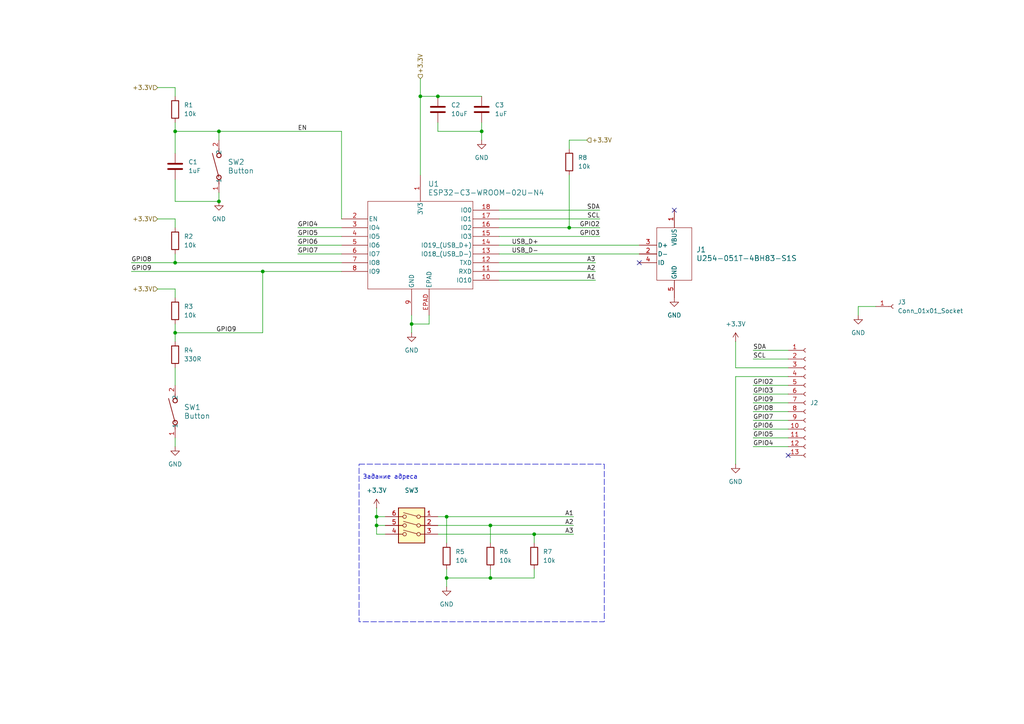
<source format=kicad_sch>
(kicad_sch (version 20231120) (generator "eeschema") (generator_version "8.0")
  (paper "A4")
  (lib_symbols
    (symbol "Connector:Conn_01x01_Socket" (pin_names (offset 1.016) hide)
      (property "Reference" "J" (at 0 2.54 0))
      (property "Value" "Conn_01x01_Socket" (at 0 -2.54 0))
      (symbol "Conn_01x01_Socket_1_1"
        (polyline (pts (xy -1.27 0) (xy -0.508 0)) (stroke (width 0.1524)))
        (arc (start 0 0.508) (mid -0.5058 0) (end 0 -0.508) (stroke (width 0.1524)))
        (pin passive line (at -5.08 0 0) (length 3.81) (name "Pin_1") (number "1"))
      )
    )
    (symbol "Connector:Conn_01x13_Socket" (pin_names (offset 1.016) hide)
      (property "Reference" "J" (at 0 17.78 0))
      (property "Value" "Conn_01x13_Socket" (at 0 -17.78 0))
      (symbol "Conn_01x13_Socket_1_1"
        (arc (start 0 -14.732) (mid -0.5058 -15.24) (end 0 -15.748) (stroke (width 0.1524)))
        (arc (start 0 -12.192) (mid -0.5058 -12.7) (end 0 -13.208) (stroke (width 0.1524)))
        (arc (start 0 -9.652) (mid -0.5058 -10.16) (end 0 -10.668) (stroke (width 0.1524)))
        (arc (start 0 -7.112) (mid -0.5058 -7.62) (end 0 -8.128) (stroke (width 0.1524)))
        (arc (start 0 -4.572) (mid -0.5058 -5.08) (end 0 -5.588) (stroke (width 0.1524)))
        (arc (start 0 -2.032) (mid -0.5058 -2.54) (end 0 -3.048) (stroke (width 0.1524)))
        (polyline (pts (xy -1.27 -15.24) (xy -0.508 -15.24)) (stroke (width 0.1524)))
        (polyline (pts (xy -1.27 -12.7) (xy -0.508 -12.7)) (stroke (width 0.1524)))
        (polyline (pts (xy -1.27 -10.16) (xy -0.508 -10.16)) (stroke (width 0.1524)))
        (polyline (pts (xy -1.27 -7.62) (xy -0.508 -7.62)) (stroke (width 0.1524)))
        (polyline (pts (xy -1.27 -5.08) (xy -0.508 -5.08)) (stroke (width 0.1524)))
        (polyline (pts (xy -1.27 -2.54) (xy -0.508 -2.54)) (stroke (width 0.1524)))
        (polyline (pts (xy -1.27 0) (xy -0.508 0)) (stroke (width 0.1524)))
        (polyline (pts (xy -1.27 2.54) (xy -0.508 2.54)) (stroke (width 0.1524)))
        (polyline (pts (xy -1.27 5.08) (xy -0.508 5.08)) (stroke (width 0.1524)))
        (polyline (pts (xy -1.27 7.62) (xy -0.508 7.62)) (stroke (width 0.1524)))
        (polyline (pts (xy -1.27 10.16) (xy -0.508 10.16)) (stroke (width 0.1524)))
        (polyline (pts (xy -1.27 12.7) (xy -0.508 12.7)) (stroke (width 0.1524)))
        (polyline (pts (xy -1.27 15.24) (xy -0.508 15.24)) (stroke (width 0.1524)))
        (arc (start 0 0.508) (mid -0.5058 0) (end 0 -0.508) (stroke (width 0.1524)))
        (arc (start 0 3.048) (mid -0.5058 2.54) (end 0 2.032) (stroke (width 0.1524)))
        (arc (start 0 5.588) (mid -0.5058 5.08) (end 0 4.572) (stroke (width 0.1524)))
        (arc (start 0 8.128) (mid -0.5058 7.62) (end 0 7.112) (stroke (width 0.1524)))
        (arc (start 0 10.668) (mid -0.5058 10.16) (end 0 9.652) (stroke (width 0.1524)))
        (arc (start 0 13.208) (mid -0.5058 12.7) (end 0 12.192) (stroke (width 0.1524)))
        (arc (start 0 15.748) (mid -0.5058 15.24) (end 0 14.732) (stroke (width 0.1524)))
        (pin passive line (at -5.08 15.24 0) (length 3.81) (name "Pin_1") (number "1"))
        (pin passive line (at -5.08 -7.62 0) (length 3.81) (name "Pin_10") (number "10"))
        (pin passive line (at -5.08 -10.16 0) (length 3.81) (name "Pin_11") (number "11"))
        (pin passive line (at -5.08 -12.7 0) (length 3.81) (name "Pin_12") (number "12"))
        (pin passive line (at -5.08 -15.24 0) (length 3.81) (name "Pin_13") (number "13"))
        (pin passive line (at -5.08 12.7 0) (length 3.81) (name "Pin_2") (number "2"))
        (pin passive line (at -5.08 10.16 0) (length 3.81) (name "Pin_3") (number "3"))
        (pin passive line (at -5.08 7.62 0) (length 3.81) (name "Pin_4") (number "4"))
        (pin passive line (at -5.08 5.08 0) (length 3.81) (name "Pin_5") (number "5"))
        (pin passive line (at -5.08 2.54 0) (length 3.81) (name "Pin_6") (number "6"))
        (pin passive line (at -5.08 0 0) (length 3.81) (name "Pin_7") (number "7"))
        (pin passive line (at -5.08 -2.54 0) (length 3.81) (name "Pin_8") (number "8"))
        (pin passive line (at -5.08 -5.08 0) (length 3.81) (name "Pin_9") (number "9"))
      )
    )
    (symbol "kicad_inventree_lib:C_10uF_16V_1206" (pin_numbers hide) (pin_names (offset 0.254))
      (property "Reference" "C" (at 0.635 2.54 0))
      (property "Value" "10uF" (at 0.635 -2.54 0))
      (symbol "C_10uF_16V_1206_0_1"
        (polyline (pts (xy -2.032 -0.762) (xy 2.032 -0.762)) (stroke (width 0.508)))
        (polyline (pts (xy -2.032 0.762) (xy 2.032 0.762)) (stroke (width 0.508)))
      )
      (symbol "C_10uF_16V_1206_1_1"
        (pin passive line (at 0 3.81 270) (length 2.794) (name "~") (number "1"))
        (pin passive line (at 0 -3.81 90) (length 2.794) (name "~") (number "2"))
      )
    )
    (symbol "kicad_inventree_lib:C_1uF_16V_1206" (pin_numbers hide) (pin_names (offset 0.254))
      (property "Reference" "C" (at 0.635 2.54 0))
      (property "Value" "1uF" (at 0.635 -2.54 0))
      (symbol "C_1uF_16V_1206_0_1"
        (polyline (pts (xy -2.032 -0.762) (xy 2.032 -0.762)) (stroke (width 0.508)))
        (polyline (pts (xy -2.032 0.762) (xy 2.032 0.762)) (stroke (width 0.508)))
      )
      (symbol "C_1uF_16V_1206_1_1"
        (pin passive line (at 0 3.81 270) (length 2.794) (name "~") (number "1"))
        (pin passive line (at 0 -3.81 90) (length 2.794) (name "~") (number "2"))
      )
    )
    (symbol "kicad_inventree_lib:C_1uF_50V_1206" (pin_numbers hide) (pin_names (offset 0.254))
      (property "Reference" "C" (at 0.635 2.54 0))
      (property "Value" "1uF" (at 0.635 -2.54 0))
      (symbol "C_1uF_50V_1206_0_1"
        (polyline (pts (xy -2.032 -0.762) (xy 2.032 -0.762)) (stroke (width 0.508)))
        (polyline (pts (xy -2.032 0.762) (xy 2.032 0.762)) (stroke (width 0.508)))
      )
      (symbol "C_1uF_50V_1206_1_1"
        (pin passive line (at 0 3.81 270) (length 2.794) (name "~") (number "1"))
        (pin passive line (at 0 -3.81 90) (length 2.794) (name "~") (number "2"))
      )
    )
    (symbol "kicad_inventree_lib:DIP_SW-3P-P2.54-THT-Top" (pin_names (offset 0) hide)
      (property "Reference" "SW" (at 0 6.35 0))
      (property "Value" "DIP_SW-3P-P2.54-THT-Top" (at 0 -6.35 0))
      (symbol "DIP_SW-3P-P2.54-THT-Top_0_0"
        (circle (center -2.032 -2.54) (radius 0.508))
        (circle (center -2.032 0) (radius 0.508))
        (circle (center -2.032 2.54) (radius 0.508))
        (polyline (pts (xy -1.524 -2.413) (xy 2.3622 -1.3716)))
        (polyline (pts (xy -1.524 0.127) (xy 2.3622 1.1684)))
        (polyline (pts (xy -1.524 2.667) (xy 2.3622 3.7084)))
        (circle (center 2.032 -2.54) (radius 0.508))
        (circle (center 2.032 0) (radius 0.508))
        (circle (center 2.032 2.54) (radius 0.508))
      )
      (symbol "DIP_SW-3P-P2.54-THT-Top_0_1"
        (rectangle (start -3.81 5.08) (end 3.81 -5.08) (stroke (width 0.254)) (fill (type background)))
      )
      (symbol "DIP_SW-3P-P2.54-THT-Top_1_1"
        (pin passive line (at -7.62 2.54 0) (length 5.08) (name "~") (number "1"))
        (pin passive line (at -7.62 0 0) (length 5.08) (name "~") (number "2"))
        (pin passive line (at -7.62 -2.54 0) (length 5.08) (name "~") (number "3"))
        (pin passive line (at 7.62 -2.54 180) (length 5.08) (name "~") (number "4"))
        (pin passive line (at 7.62 0 180) (length 5.08) (name "~") (number "5"))
        (pin passive line (at 7.62 2.54 180) (length 5.08) (name "~") (number "6"))
      )
    )
    (symbol "kicad_inventree_lib:ESP32-C3-WROOM-02U-N4" (pin_names (offset 0.254))
      (property "Reference" "U" (at 2.54 5.08 0))
      (property "Value" "ESP32-C3-WROOM-02U-N4" (at 2.54 2.54 0))
      (symbol "ESP32-C3-WROOM-02U-N4_0_1"
        (polyline (pts (xy -15.24 -25.4) (xy 15.24 -25.4)) (stroke (width 0.127)))
        (polyline (pts (xy -15.24 0) (xy -15.24 -25.4)) (stroke (width 0.127)))
        (polyline (pts (xy 15.24 -25.4) (xy 15.24 0)) (stroke (width 0.127)))
        (polyline (pts (xy 15.24 0) (xy -15.24 0)) (stroke (width 0.127)))
        (pin power_in line (at 0 7.62 270) (length 7.62) (name "3V3") (number "1"))
        (pin bidirectional line (at 22.86 -22.86 180) (length 7.62) (name "IO10") (number "10"))
        (pin bidirectional line (at 22.86 -20.32 180) (length 7.62) (name "RXD") (number "11"))
        (pin bidirectional line (at 22.86 -17.78 180) (length 7.62) (name "TXD") (number "12"))
        (pin bidirectional line (at 22.86 -10.16 180) (length 7.62) (name "IO3") (number "15"))
        (pin bidirectional line (at 22.86 -7.62 180) (length 7.62) (name "IO2") (number "16"))
        (pin bidirectional line (at 22.86 -5.08 180) (length 7.62) (name "IO1") (number "17"))
        (pin bidirectional line (at 22.86 -2.54 180) (length 7.62) (name "IO0") (number "18"))
        (pin input line (at -22.86 -5.08 0) (length 7.62) (name "EN") (number "2"))
        (pin bidirectional line (at -22.86 -7.62 0) (length 7.62) (name "IO4") (number "3"))
        (pin bidirectional line (at -22.86 -10.16 0) (length 7.62) (name "IO5") (number "4"))
        (pin bidirectional line (at -22.86 -12.7 0) (length 7.62) (name "IO6") (number "5"))
        (pin bidirectional line (at -22.86 -15.24 0) (length 7.62) (name "IO7") (number "6"))
        (pin bidirectional line (at -22.86 -17.78 0) (length 7.62) (name "IO8") (number "7"))
        (pin bidirectional line (at -22.86 -20.32 0) (length 7.62) (name "IO9") (number "8"))
        (pin power_out line (at -2.54 -33.02 90) (length 7.62) (name "GND") (number "9"))
      )
      (symbol "ESP32-C3-WROOM-02U-N4_1_1"
        (pin bidirectional line (at 22.86 -15.24 180) (length 7.62) (name "IO18_(USB_D-)") (number "13"))
        (pin bidirectional line (at 22.86 -12.7 180) (length 7.62) (name "IO19_(USB_D+)") (number "14"))
        (pin power_out line (at 2.54 -33.02 90) (length 7.62) (name "EPAD") (number "EPAD"))
      )
    )
    (symbol "kicad_inventree_lib:R_10k_1206_1%" (pin_numbers hide) (pin_names (offset 0))
      (property "Reference" "R" (at 2.032 0 90))
      (property "Value" "10k" (at 0 0 90))
      (symbol "R_10k_1206_1%_0_1"
        (rectangle (start -1.016 -2.54) (end 1.016 2.54) (stroke (width 0.254)))
      )
      (symbol "R_10k_1206_1%_1_1"
        (pin passive line (at 0 3.81 270) (length 1.27) (name "~") (number "1"))
        (pin passive line (at 0 -3.81 90) (length 1.27) (name "~") (number "2"))
      )
    )
    (symbol "kicad_inventree_lib:R_330R_1206_1%" (pin_numbers hide) (pin_names (offset 0))
      (property "Reference" "R" (at 2.032 0 90))
      (property "Value" "330R" (at 0 0 90))
      (symbol "R_330R_1206_1%_0_1"
        (rectangle (start -1.016 -2.54) (end 1.016 2.54) (stroke (width 0.254)))
      )
      (symbol "R_330R_1206_1%_1_1"
        (pin passive line (at 0 3.81 270) (length 1.27) (name "~") (number "1"))
        (pin passive line (at 0 -3.81 90) (length 1.27) (name "~") (number "2"))
      )
    )
    (symbol "kicad_inventree_lib:TS-1088-AR02016" (pin_names (offset 0.254))
      (property "Reference" "SW" (at 7.62 3.81 0))
      (property "Value" "Button" (at 0 0 0))
      (symbol "TS-1088-AR02016_0_1"
        (polyline (pts (xy 2.54 0) (xy 3.81 0)) (stroke (width 0.2032)))
        (polyline (pts (xy 4.445 0) (xy 11.43 1.905)) (stroke (width 0.2032)))
        (polyline (pts (xy 12.7 0) (xy 11.43 0)) (stroke (width 0.2032)))
        (circle (center 4.445 0) (radius 0.635) (stroke (width 0.254)))
        (circle (center 10.795 0) (radius 0.635) (stroke (width 0.254)))
        (pin unspecified line (at 0 0 0) (length 2.54) (name "1") (number "1"))
        (pin unspecified line (at 15.24 0 180) (length 2.54) (name "2") (number "2"))
      )
    )
    (symbol "kicad_inventree_lib:XKG_U254-051T-4BH83-S1S" (pin_names (offset 0.254))
      (property "Reference" "J" (at 8.382 -1.27 0))
      (property "Value" "U254-051T-4BH83-S1S" (at 22.098 -5.842 0))
      (symbol "XKG_U254-051T-4BH83-S1S_0_1"
        (polyline (pts (xy -5.08 -15.24) (xy 5.08 -15.24)) (stroke (width 0.127)))
        (polyline (pts (xy -5.08 0) (xy -5.08 -15.24)) (stroke (width 0.127)))
        (polyline (pts (xy 5.08 -15.24) (xy 5.08 0)) (stroke (width 0.127)))
        (polyline (pts (xy 5.08 0) (xy -5.08 0)) (stroke (width 0.127)))
      )
      (symbol "XKG_U254-051T-4BH83-S1S_1_1"
        (pin unspecified line (at 0 5.08 270) (length 5.08) (name "VBUS") (number "1"))
        (pin unspecified line (at -10.16 -7.62 0) (length 5.08) (name "D-") (number "2"))
        (pin unspecified line (at -10.16 -5.08 0) (length 5.08) (name "D+") (number "3"))
        (pin unspecified line (at -10.16 -10.16 0) (length 5.08) (name "ID") (number "4"))
        (pin unspecified line (at 0 -20.32 90) (length 5.08) (name "GND") (number "5"))
      )
    )
    (symbol "power:+3.3V" (power) (pin_numbers hide) (pin_names (offset 0) hide)
      (property "Value" "+3.3V" (at 0 3.556 0))
      (symbol "+3.3V_0_1"
        (polyline (pts (xy -0.762 1.27) (xy 0 2.54)))
        (polyline (pts (xy 0 0) (xy 0 2.54)))
        (polyline (pts (xy 0 2.54) (xy 0.762 1.27)))
      )
      (symbol "+3.3V_1_1"
        (pin power_in line (at 0 0 90) (length 0) (name "~") (number "1"))
      )
    )
    (symbol "power:GND" (power) (pin_numbers hide) (pin_names (offset 0) hide)
      (property "Value" "GND" (at 0 -3.81 0))
      (symbol "GND_0_1"
        (polyline (pts (xy 0 0) (xy 0 -1.27) (xy 1.27 -1.27) (xy 0 -2.54) (xy -1.27 -1.27) (xy 0 -1.27)))
      )
      (symbol "GND_1_1"
        (pin power_in line (at 0 0 270) (length 0) (name "~") (number "1"))
      )
    )
  )
  (junction (at 139.7 38.1))
  (junction (at 50.8 96.52))
  (junction (at 119.38 93.98))
  (junction (at 109.22 152.4))
  (junction (at 129.54 167.64))
  (junction (at 165.1 66.04))
  (junction (at 50.8 76.2))
  (junction (at 63.5 38.1))
  (junction (at 50.8 38.1))
  (junction (at 127 27.94))
  (junction (at 76.2 78.74))
  (junction (at 142.24 167.64))
  (junction (at 109.22 149.86))
  (junction (at 142.24 152.4))
  (junction (at 63.5 58.42))
  (junction (at 121.92 27.94))
  (junction (at 154.94 154.94))
  (junction (at 129.54 149.86))
  (no_connect (at 228.6 132.08))
  (no_connect (at 185.42 76.2))
  (no_connect (at 195.58 60.96))
  (wire (pts (xy 144.78 76.2) (xy 172.72 76.2)))
  (wire (pts (xy 121.92 22.86) (xy 121.92 27.94)))
  (wire (pts (xy 248.92 88.9) (xy 248.92 91.44)))
  (wire (pts (xy 119.38 93.98) (xy 119.38 96.52)))
  (wire (pts (xy 127 154.94) (xy 154.94 154.94)))
  (wire (pts (xy 124.46 91.44) (xy 124.46 93.98)))
  (wire (pts (xy 50.8 25.4) (xy 50.8 27.94)))
  (wire (pts (xy 111.76 152.4) (xy 109.22 152.4)))
  (wire (pts (xy 111.76 149.86) (xy 109.22 149.86)))
  (wire (pts (xy 63.5 38.1) (xy 63.5 40.64)))
  (wire (pts (xy 50.8 38.1) (xy 50.8 44.45)))
  (wire (pts (xy 144.78 73.66) (xy 185.42 73.66)))
  (wire (pts (xy 45.72 25.4) (xy 50.8 25.4)))
  (wire (pts (xy 50.8 58.42) (xy 63.5 58.42)))
  (wire (pts (xy 218.44 104.14) (xy 228.6 104.14)))
  (wire (pts (xy 127 35.56) (xy 127 38.1)))
  (wire (pts (xy 165.1 50.8) (xy 165.1 66.04)))
  (wire (pts (xy 127 149.86) (xy 129.54 149.86)))
  (wire (pts (xy 76.2 96.52) (xy 76.2 78.74)))
  (wire (pts (xy 129.54 149.86) (xy 129.54 157.48)))
  (wire (pts (xy 142.24 152.4) (xy 166.37 152.4)))
  (wire (pts (xy 86.36 71.12) (xy 99.06 71.12)))
  (wire (pts (xy 50.8 106.68) (xy 50.8 111.76)))
  (wire (pts (xy 213.36 106.68) (xy 213.36 99.06)))
  (wire (pts (xy 50.8 35.56) (xy 50.8 38.1)))
  (wire (pts (xy 218.44 129.54) (xy 228.6 129.54)))
  (wire (pts (xy 121.92 27.94) (xy 121.92 50.8)))
  (wire (pts (xy 218.44 114.3) (xy 228.6 114.3)))
  (wire (pts (xy 50.8 96.52) (xy 76.2 96.52)))
  (wire (pts (xy 144.78 63.5) (xy 173.99 63.5)))
  (wire (pts (xy 127 38.1) (xy 139.7 38.1)))
  (wire (pts (xy 63.5 38.1) (xy 99.06 38.1)))
  (wire (pts (xy 50.8 127) (xy 50.8 129.54)))
  (wire (pts (xy 50.8 96.52) (xy 50.8 93.98)))
  (wire (pts (xy 50.8 73.66) (xy 50.8 76.2)))
  (wire (pts (xy 129.54 167.64) (xy 129.54 170.18)))
  (wire (pts (xy 165.1 40.64) (xy 165.1 43.18)))
  (wire (pts (xy 119.38 91.44) (xy 119.38 93.98)))
  (wire (pts (xy 121.92 27.94) (xy 127 27.94)))
  (wire (pts (xy 38.1 78.74) (xy 76.2 78.74)))
  (wire (pts (xy 129.54 167.64) (xy 142.24 167.64)))
  (wire (pts (xy 144.78 71.12) (xy 185.42 71.12)))
  (wire (pts (xy 154.94 167.64) (xy 142.24 167.64)))
  (wire (pts (xy 50.8 96.52) (xy 50.8 99.06)))
  (wire (pts (xy 63.5 55.88) (xy 63.5 58.42)))
  (wire (pts (xy 218.44 127) (xy 228.6 127)))
  (wire (pts (xy 109.22 147.32) (xy 109.22 149.86)))
  (wire (pts (xy 127 152.4) (xy 142.24 152.4)))
  (wire (pts (xy 139.7 38.1) (xy 139.7 40.64)))
  (wire (pts (xy 170.18 40.64) (xy 165.1 40.64)))
  (wire (pts (xy 119.38 93.98) (xy 124.46 93.98)))
  (wire (pts (xy 99.06 38.1) (xy 99.06 63.5)))
  (wire (pts (xy 218.44 119.38) (xy 228.6 119.38)))
  (wire (pts (xy 218.44 101.6) (xy 228.6 101.6)))
  (wire (pts (xy 154.94 165.1) (xy 154.94 167.64)))
  (wire (pts (xy 213.36 109.22) (xy 213.36 134.62)))
  (wire (pts (xy 142.24 165.1) (xy 142.24 167.64)))
  (wire (pts (xy 154.94 154.94) (xy 154.94 157.48)))
  (wire (pts (xy 154.94 154.94) (xy 166.37 154.94)))
  (wire (pts (xy 254 88.9) (xy 248.92 88.9)))
  (wire (pts (xy 218.44 124.46) (xy 228.6 124.46)))
  (wire (pts (xy 142.24 152.4) (xy 142.24 157.48)))
  (wire (pts (xy 76.2 78.74) (xy 99.06 78.74)))
  (wire (pts (xy 218.44 121.92) (xy 228.6 121.92)))
  (wire (pts (xy 129.54 165.1) (xy 129.54 167.64)))
  (wire (pts (xy 144.78 81.28) (xy 172.72 81.28)))
  (wire (pts (xy 127 27.94) (xy 139.7 27.94)))
  (wire (pts (xy 50.8 38.1) (xy 63.5 38.1)))
  (wire (pts (xy 50.8 63.5) (xy 50.8 66.04)))
  (wire (pts (xy 109.22 152.4) (xy 109.22 154.94)))
  (wire (pts (xy 111.76 154.94) (xy 109.22 154.94)))
  (wire (pts (xy 38.1 76.2) (xy 50.8 76.2)))
  (wire (pts (xy 218.44 116.84) (xy 228.6 116.84)))
  (wire (pts (xy 228.6 109.22) (xy 213.36 109.22)))
  (wire (pts (xy 144.78 66.04) (xy 165.1 66.04)))
  (wire (pts (xy 165.1 66.04) (xy 173.99 66.04)))
  (wire (pts (xy 86.36 68.58) (xy 99.06 68.58)))
  (wire (pts (xy 109.22 149.86) (xy 109.22 152.4)))
  (wire (pts (xy 50.8 83.82) (xy 50.8 86.36)))
  (wire (pts (xy 144.78 68.58) (xy 173.99 68.58)))
  (wire (pts (xy 144.78 60.96) (xy 173.99 60.96)))
  (wire (pts (xy 228.6 106.68) (xy 213.36 106.68)))
  (wire (pts (xy 50.8 76.2) (xy 99.06 76.2)))
  (wire (pts (xy 45.72 63.5) (xy 50.8 63.5)))
  (wire (pts (xy 218.44 111.76) (xy 228.6 111.76)))
  (wire (pts (xy 86.36 66.04) (xy 99.06 66.04)))
  (wire (pts (xy 45.72 83.82) (xy 50.8 83.82)))
  (wire (pts (xy 50.8 52.07) (xy 50.8 58.42)))
  (wire (pts (xy 129.54 149.86) (xy 166.37 149.86)))
  (wire (pts (xy 144.78 78.74) (xy 172.72 78.74)))
  (wire (pts (xy 86.36 73.66) (xy 99.06 73.66)))
  (wire (pts (xy 139.7 35.56) (xy 139.7 38.1)))
  (rectangle (start 104.14 134.62) (end 175.26 180.34) (stroke (width 0) (type dash)))
  (text "Задание адреса" (at 105.156 138.43 0) (effects (font (size 1.27 1.27)) (justify left)))
  (label "GPIO2" (at 173.99 66.04 180))
  (label "GPIO7" (at 86.36 73.66 0))
  (label "GPIO5" (at 218.44 127 0))
  (label "GPIO3" (at 218.44 114.3 0))
  (label "GPIO6" (at 218.44 124.46 0))
  (label "GPIO4" (at 86.36 66.04 0))
  (label "GPIO2" (at 218.44 111.76 0))
  (label "GPIO9" (at 38.1 78.74 0))
  (label "USB_D-" (at 156.21 73.66 180))
  (label "SCL" (at 173.99 63.5 180))
  (label "USB_D+" (at 156.21 71.12 180))
  (label "A2" (at 166.37 152.4 180))
  (label "SDA" (at 173.99 60.96 180))
  (label "GPIO9" (at 218.44 116.84 0))
  (label "GPIO8" (at 218.44 119.38 0))
  (label "A2" (at 172.72 78.74 180))
  (label "GPIO3" (at 173.99 68.58 180))
  (label "GPIO8" (at 38.1 76.2 0))
  (label "GPIO9" (at 68.58 96.52 180))
  (label "EN" (at 86.36 38.1 0))
  (label "A1" (at 166.37 149.86 180))
  (label "GPIO4" (at 218.44 129.54 0))
  (label "A3" (at 166.37 154.94 180))
  (label "SCL" (at 218.44 104.14 0))
  (label "GPIO7" (at 218.44 121.92 0))
  (label "A3" (at 172.72 76.2 180))
  (label "GPIO5" (at 86.36 68.58 0))
  (label "GPIO6" (at 86.36 71.12 0))
  (label "SDA" (at 218.44 101.6 0))
  (label "A1" (at 172.72 81.28 180))
  (hierarchical_label "+3.3V" (shape input) (at 45.72 83.82 180))
  (hierarchical_label "+3.3V" (shape input) (at 45.72 63.5 180))
  (hierarchical_label "+3.3V" (shape input) (at 121.92 22.86 90))
  (hierarchical_label "+3.3V" (shape input) (at 45.72 25.4 180))
  (hierarchical_label "+3.3V" (shape input) (at 170.18 40.64 0))
  (symbol (lib_id "kicad_inventree_lib:R_10k_1206_1%") (at 50.8 69.85 0) (unit 1)
    (property "Reference" "R2" (at 53.34 68.5799 0) (effects (justify left)))
    (property "Value" "10k" (at 53.34 71.1199 0) (effects (justify left)))
    (property "Footprint" "Resistor_SMD:R_1206_3216Metric_Pad1.30x1.75mm_HandSolder" (effects (hide yes)))
    (property "Datasheet" "http://inventree.network/part/26/" (effects (hide yes)))
    (property "Description" "Resistor" (effects (hide yes)))
    (property "NextPCB_price" "0.00169" (effects (hide yes)))
    (property "NextPCB_url" "https://www.hqonline.com/product-detail/chip-resistors-fojan-frc1206f3301ts-2500354421" (effects (hide yes)))
    (property "part_ipn" "R_10k_1206_1%" (effects (hide yes)))
  )
  (symbol (lib_id "kicad_inventree_lib:TS-1088-AR02016") (at 63.5 55.88 90) (unit 1)
    (property "Reference" "SW2" (at 66.04 46.9899 90) (effects (font (size 1.524 1.524)) (justify right)))
    (property "Value" "Button" (at 66.04 49.5299 90) (effects (font (size 1.524 1.524)) (justify right)))
    (property "Footprint" "kicad_inventree_lib:SW_TS-1088_XNP-M" (effects (hide yes)))
    (property "Datasheet" "http://inventree.network/part/139/" (effects (hide yes)))
    (property "part_ipn" "TS-1088-AR02016 " (effects (hide yes)))
  )
  (symbol (lib_id "kicad_inventree_lib:C_10uF_16V_1206") (at 127 31.75 180) (unit 1)
    (property "Reference" "C2" (at 130.81 30.4799 0) (effects (justify right)))
    (property "Value" "10uF" (at 130.81 33.0199 0) (effects (justify right)))
    (property "Footprint" "Capacitor_SMD:C_1206_3216Metric_Pad1.33x1.80mm_HandSolder" (effects (hide yes)))
    (property "Datasheet" "http://inventree.network/part/141/" (effects (hide yes)))
    (property "Description" "Unpolarized capacitor" (effects (hide yes)))
    (property "part_ipn" "C_10uF_16V_1206" (effects (hide yes)))
  )
  (symbol (lib_id "kicad_inventree_lib:R_330R_1206_1%") (at 50.8 102.87 0) (unit 1)
    (property "Reference" "R4" (at 53.34 101.5999 0) (effects (justify left)))
    (property "Value" "330R" (at 53.34 104.1399 0) (effects (justify left)))
    (property "Footprint" "Resistor_SMD:R_1206_3216Metric_Pad1.30x1.75mm_HandSolder" (effects (hide yes)))
    (property "Datasheet" "http://inventree.network/part/140/" (effects (hide yes)))
    (property "Description" "Resistor" (effects (hide yes)))
    (property "part_ipn" "R_330R_1206_1% " (effects (hide yes)))
  )
  (symbol (lib_id "power:GND") (at 139.7 40.64 0) (unit 1)
    (property "Reference" "#PWR010" (effects (hide yes)))
    (property "Value" "GND" (at 139.7 45.72 0))
    (property "Description" "Power symbol creates a global label with name \"GND\" , ground" (effects (hide yes)))
  )
  (symbol (lib_id "kicad_inventree_lib:R_10k_1206_1%") (at 50.8 90.17 0) (unit 1)
    (property "Reference" "R3" (at 53.34 88.8999 0) (effects (justify left)))
    (property "Value" "10k" (at 53.34 91.4399 0) (effects (justify left)))
    (property "Footprint" "Resistor_SMD:R_1206_3216Metric_Pad1.30x1.75mm_HandSolder" (effects (hide yes)))
    (property "Datasheet" "http://inventree.network/part/26/" (effects (hide yes)))
    (property "Description" "Resistor" (effects (hide yes)))
    (property "NextPCB_price" "0.00169" (effects (hide yes)))
    (property "NextPCB_url" "https://www.hqonline.com/product-detail/chip-resistors-fojan-frc1206f3301ts-2500354421" (effects (hide yes)))
    (property "part_ipn" "R_10k_1206_1%" (effects (hide yes)))
  )
  (symbol (lib_id "power:GND") (at 129.54 170.18 0) (unit 1)
    (property "Reference" "#PWR02" (effects (hide yes)))
    (property "Value" "GND" (at 129.54 175.26 0))
    (property "Description" "Power symbol creates a global label with name \"GND\" , ground" (effects (hide yes)))
  )
  (symbol (lib_id "kicad_inventree_lib:R_10k_1206_1%") (at 129.54 161.29 180) (unit 1)
    (property "Reference" "R5" (at 132.08 160.0199 0) (effects (justify right)))
    (property "Value" "10k" (at 132.08 162.5599 0) (effects (justify right)))
    (property "Footprint" "Resistor_SMD:R_1206_3216Metric_Pad1.30x1.75mm_HandSolder" (effects (hide yes)))
    (property "Datasheet" "http://inventree.network/part/26/" (effects (hide yes)))
    (property "Description" "Resistor" (effects (hide yes)))
    (property "NextPCB_price" "0.00169" (effects (hide yes)))
    (property "NextPCB_url" "https://www.hqonline.com/product-detail/chip-resistors-fojan-frc1206f3301ts-2500354421" (effects (hide yes)))
    (property "part_ipn" "R_10k_1206_1%" (effects (hide yes)))
  )
  (symbol (lib_id "power:+3.3V") (at 213.36 99.06 0) (unit 1)
    (property "Reference" "#PWR04" (effects (hide yes)))
    (property "Value" "+3.3V" (at 213.36 93.98 0))
    (property "Description" "Power symbol creates a global label with name \"+3.3V\"" (effects (hide yes)))
  )
  (symbol (lib_id "kicad_inventree_lib:TS-1088-AR02016") (at 50.8 127 90) (unit 1)
    (property "Reference" "SW1" (at 53.34 118.1099 90) (effects (font (size 1.524 1.524)) (justify right)))
    (property "Value" "Button" (at 53.34 120.6499 90) (effects (font (size 1.524 1.524)) (justify right)))
    (property "Footprint" "kicad_inventree_lib:SW_TS-1088_XNP-M" (effects (hide yes)))
    (property "Datasheet" "http://inventree.network/part/139/" (effects (hide yes)))
    (property "part_ipn" "TS-1088-AR02016 " (effects (hide yes)))
  )
  (symbol (lib_id "power:GND") (at 63.5 58.42 0) (unit 1)
    (property "Reference" "#PWR09" (effects (hide yes)))
    (property "Value" "GND" (at 63.5 63.5 0))
    (property "Description" "Power symbol creates a global label with name \"GND\" , ground" (effects (hide yes)))
  )
  (symbol (lib_id "Connector:Conn_01x13_Socket") (at 233.68 116.84 0) (unit 1)
    (property "Reference" "J2" (at 234.95 116.8399 0) (effects (justify left)))
    (property "Value" "Conn_01x13_Socket" (effects (hide yes)))
    (property "Footprint" "Connector_PinHeader_2.54mm:PinHeader_1x13_P2.54mm_Vertical" (effects (hide yes)))
    (property "Description" "Generic connector, single row, 01x13, script generated" (effects (hide yes)))
  )
  (symbol (lib_id "power:GND") (at 248.92 91.44 0) (unit 1)
    (property "Reference" "#PWR03" (effects (hide yes)))
    (property "Value" "GND" (at 248.92 96.52 0))
    (property "Description" "Power symbol creates a global label with name \"GND\" , ground" (effects (hide yes)))
  )
  (symbol (lib_id "kicad_inventree_lib:R_10k_1206_1%") (at 165.1 46.99 0) (unit 1)
    (property "Reference" "R8" (at 167.64 45.7199 0) (effects (justify left)))
    (property "Value" "10k" (at 167.64 48.2599 0) (effects (justify left)))
    (property "Footprint" "Resistor_SMD:R_1206_3216Metric_Pad1.30x1.75mm_HandSolder" (effects (hide yes)))
    (property "Datasheet" "http://inventree.network/part/26/" (effects (hide yes)))
    (property "Description" "Resistor" (effects (hide yes)))
    (property "NextPCB_price" "0.00169" (effects (hide yes)))
    (property "NextPCB_url" "https://www.hqonline.com/product-detail/chip-resistors-fojan-frc1206f3301ts-2500354421" (effects (hide yes)))
    (property "part_ipn" "R_10k_1206_1%" (effects (hide yes)))
  )
  (symbol (lib_id "kicad_inventree_lib:DIP_SW-3P-P2.54-THT-Top") (at 119.38 152.4 0) (mirror y) (unit 1)
    (property "Reference" "SW3" (at 119.38 142.24 0))
    (property "Value" "DIP_SW-3P-P2.54-THT-Top" (effects (hide yes)))
    (property "Footprint" "Button_Switch_THT:SW_DIP_SPSTx03_Slide_9.78x9.8mm_W7.62mm_P2.54mm" (effects (hide yes)))
    (property "Datasheet" "http://inventree.network/part/122/" (effects (hide yes)))
    (property "Description" "3x DIP Switch, Single Pole Single Throw (SPST) switch, small symbol" (effects (hide yes)))
    (property "part_ipn" "DIP_SW-3P-P2.54-THT-Top" (effects (hide yes)))
  )
  (symbol (lib_id "power:GND") (at 195.58 86.36 0) (unit 1)
    (property "Reference" "#PWR06" (effects (hide yes)))
    (property "Value" "GND" (at 195.58 91.44 0))
    (property "Description" "Power symbol creates a global label with name \"GND\" , ground" (effects (hide yes)))
  )
  (symbol (lib_id "kicad_inventree_lib:XKG_U254-051T-4BH83-S1S") (at 195.58 66.04 0) (unit 1)
    (property "Reference" "J1" (at 201.93 72.3899 0) (effects (font (size 1.524 1.524)) (justify left)))
    (property "Value" "U254-051T-4BH83-S1S" (at 201.93 74.9299 0) (effects (font (size 1.524 1.524)) (justify left)))
    (property "Footprint" "kicad_inventree_lib:CONN5_H83-S1S_XKB" (effects (hide yes)))
    (property "Datasheet" "http://inventree.network/part/136/" (effects (hide yes)))
    (property "part_ipn" "U254-051T-4BH83-S1S " (effects (hide yes)))
  )
  (symbol (lib_id "kicad_inventree_lib:C_1uF_16V_1206") (at 139.7 31.75 0) (unit 1)
    (property "Reference" "C3" (at 143.51 30.4799 0) (effects (justify left)))
    (property "Value" "1uF" (at 143.51 33.0199 0) (effects (justify left)))
    (property "Footprint" "Capacitor_SMD:C_1206_3216Metric_Pad1.33x1.80mm_HandSolder" (effects (hide yes)))
    (property "Datasheet" "http://inventree.network/part/141/" (effects (hide yes)))
    (property "Description" "Unpolarized capacitor" (effects (hide yes)))
    (property "part_ipn" "C_1uF_16V_1206" (effects (hide yes)))
  )
  (symbol (lib_id "kicad_inventree_lib:C_1uF_50V_1206") (at 50.8 48.26 0) (unit 1)
    (property "Reference" "C1" (at 54.61 46.9899 0) (effects (justify left)))
    (property "Value" "1uF" (at 54.61 49.5299 0) (effects (justify left)))
    (property "Footprint" "Capacitor_SMD:C_1206_3216Metric_Pad1.33x1.80mm_HandSolder" (effects (hide yes)))
    (property "Datasheet" "http://inventree.network/part/44/" (effects (hide yes)))
    (property "Description" "Unpolarized capacitor" (effects (hide yes)))
    (property "part_ipn" "C_1uF_50V_1206" (effects (hide yes)))
  )
  (symbol (lib_id "kicad_inventree_lib:ESP32-C3-WROOM-02U-N4") (at 121.92 58.42 0) (unit 1)
    (property "Reference" "U1" (at 124.1141 53.34 0) (effects (font (size 1.524 1.524)) (justify left)))
    (property "Value" "ESP32-C3-WROOM-02U-N4" (at 124.1141 55.88 0) (effects (font (size 1.524 1.524)) (justify left)))
    (property "Footprint" "ESP32-C3-WROOM-02U_EXP" (effects (hide yes)))
    (property "Datasheet" "ESP32-C3-WROOM-02U-N4" (effects (hide yes)))
  )
  (symbol (lib_id "power:GND") (at 50.8 129.54 0) (unit 1)
    (property "Reference" "#PWR08" (effects (hide yes)))
    (property "Value" "GND" (at 50.8 134.62 0))
    (property "Description" "Power symbol creates a global label with name \"GND\" , ground" (effects (hide yes)))
  )
  (symbol (lib_id "kicad_inventree_lib:R_10k_1206_1%") (at 142.24 161.29 180) (unit 1)
    (property "Reference" "R6" (at 144.78 160.0199 0) (effects (justify right)))
    (property "Value" "10k" (at 144.78 162.5599 0) (effects (justify right)))
    (property "Footprint" "Resistor_SMD:R_1206_3216Metric_Pad1.30x1.75mm_HandSolder" (effects (hide yes)))
    (property "Datasheet" "http://inventree.network/part/26/" (effects (hide yes)))
    (property "Description" "Resistor" (effects (hide yes)))
    (property "NextPCB_price" "0.00169" (effects (hide yes)))
    (property "NextPCB_url" "https://www.hqonline.com/product-detail/chip-resistors-fojan-frc1206f3301ts-2500354421" (effects (hide yes)))
    (property "part_ipn" "R_10k_1206_1%" (effects (hide yes)))
  )
  (symbol (lib_id "power:GND") (at 119.38 96.52 0) (unit 1)
    (property "Reference" "#PWR07" (effects (hide yes)))
    (property "Value" "GND" (at 119.38 101.6 0))
    (property "Description" "Power symbol creates a global label with name \"GND\" , ground" (effects (hide yes)))
  )
  (symbol (lib_id "kicad_inventree_lib:R_10k_1206_1%") (at 154.94 161.29 180) (unit 1)
    (property "Reference" "R7" (at 157.48 160.0199 0) (effects (justify right)))
    (property "Value" "10k" (at 157.48 162.5599 0) (effects (justify right)))
    (property "Footprint" "Resistor_SMD:R_1206_3216Metric_Pad1.30x1.75mm_HandSolder" (effects (hide yes)))
    (property "Datasheet" "http://inventree.network/part/26/" (effects (hide yes)))
    (property "Description" "Resistor" (effects (hide yes)))
    (property "NextPCB_price" "0.00169" (effects (hide yes)))
    (property "NextPCB_url" "https://www.hqonline.com/product-detail/chip-resistors-fojan-frc1206f3301ts-2500354421" (effects (hide yes)))
    (property "part_ipn" "R_10k_1206_1%" (effects (hide yes)))
  )
  (symbol (lib_id "power:GND") (at 213.36 134.62 0) (unit 1)
    (property "Reference" "#PWR05" (effects (hide yes)))
    (property "Value" "GND" (at 213.36 139.7 0))
    (property "Description" "Power symbol creates a global label with name \"GND\" , ground" (effects (hide yes)))
  )
  (symbol (lib_id "kicad_inventree_lib:R_10k_1206_1%") (at 50.8 31.75 0) (unit 1)
    (property "Reference" "R1" (at 53.34 30.4799 0) (effects (justify left)))
    (property "Value" "10k" (at 53.34 33.0199 0) (effects (justify left)))
    (property "Footprint" "Resistor_SMD:R_1206_3216Metric_Pad1.30x1.75mm_HandSolder" (effects (hide yes)))
    (property "Datasheet" "http://inventree.network/part/26/" (effects (hide yes)))
    (property "Description" "Resistor" (effects (hide yes)))
    (property "NextPCB_price" "0.00169" (effects (hide yes)))
    (property "NextPCB_url" "https://www.hqonline.com/product-detail/chip-resistors-fojan-frc1206f3301ts-2500354421" (effects (hide yes)))
    (property "part_ipn" "R_10k_1206_1%" (effects (hide yes)))
  )
  (symbol (lib_id "power:+3.3V") (at 109.22 147.32 0) (unit 1)
    (property "Reference" "#PWR01" (effects (hide yes)))
    (property "Value" "+3.3V" (at 109.22 142.24 0))
    (property "Description" "Power symbol creates a global label with name \"+3.3V\"" (effects (hide yes)))
  )
  (symbol (lib_id "Connector:Conn_01x01_Socket") (at 259.08 88.9 0) (unit 1)
    (property "Reference" "J3" (at 260.35 87.6299 0) (effects (justify left)))
    (property "Value" "Conn_01x01_Socket" (at 260.35 90.1699 0) (effects (justify left)))
    (property "Footprint" "Connector_PinHeader_2.54mm:PinHeader_1x01_P2.54mm_Vertical" (effects (hide yes)))
    (property "Description" "Generic connector, single row, 01x01, script generated" (effects (hide yes)))
  )
)
</source>
